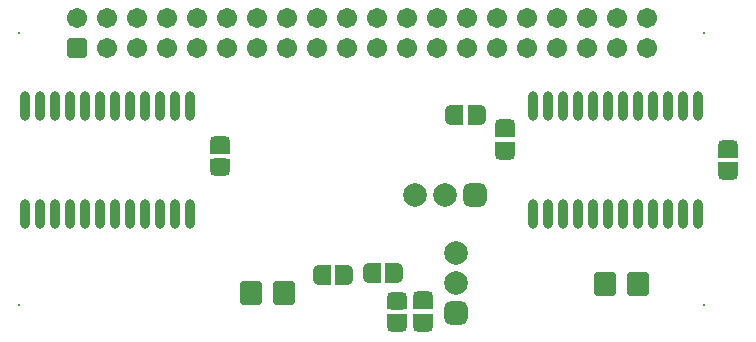
<source format=gbs>
%FSLAX44Y44*%
%MOMM*%
G71*
G01*
G75*
G04 Layer_Color=16711935*
G04:AMPARAMS|DCode=10|XSize=1.5mm|YSize=1.3mm|CornerRadius=0.325mm|HoleSize=0mm|Usage=FLASHONLY|Rotation=180.000|XOffset=0mm|YOffset=0mm|HoleType=Round|Shape=RoundedRectangle|*
%AMROUNDEDRECTD10*
21,1,1.5000,0.6500,0,0,180.0*
21,1,0.8500,1.3000,0,0,180.0*
1,1,0.6500,-0.4250,0.3250*
1,1,0.6500,0.4250,0.3250*
1,1,0.6500,0.4250,-0.3250*
1,1,0.6500,-0.4250,-0.3250*
%
%ADD10ROUNDEDRECTD10*%
G04:AMPARAMS|DCode=11|XSize=1.5mm|YSize=1.3mm|CornerRadius=0.325mm|HoleSize=0mm|Usage=FLASHONLY|Rotation=90.000|XOffset=0mm|YOffset=0mm|HoleType=Round|Shape=RoundedRectangle|*
%AMROUNDEDRECTD11*
21,1,1.5000,0.6500,0,0,90.0*
21,1,0.8500,1.3000,0,0,90.0*
1,1,0.6500,0.3250,0.4250*
1,1,0.6500,0.3250,-0.4250*
1,1,0.6500,-0.3250,-0.4250*
1,1,0.6500,-0.3250,0.4250*
%
%ADD11ROUNDEDRECTD11*%
%ADD12O,0.6000X2.2000*%
%ADD13O,0.4500X2.1000*%
G04:AMPARAMS|DCode=14|XSize=1.8mm|YSize=1.65mm|CornerRadius=0.1238mm|HoleSize=0mm|Usage=FLASHONLY|Rotation=90.000|XOffset=0mm|YOffset=0mm|HoleType=Round|Shape=RoundedRectangle|*
%AMROUNDEDRECTD14*
21,1,1.8000,1.4025,0,0,90.0*
21,1,1.5525,1.6500,0,0,90.0*
1,1,0.2475,0.7013,0.7763*
1,1,0.2475,0.7013,-0.7763*
1,1,0.2475,-0.7013,-0.7763*
1,1,0.2475,-0.7013,0.7763*
%
%ADD14ROUNDEDRECTD14*%
G04:AMPARAMS|DCode=15|XSize=1.8mm|YSize=1.65mm|CornerRadius=0.1238mm|HoleSize=0mm|Usage=FLASHONLY|Rotation=180.000|XOffset=0mm|YOffset=0mm|HoleType=Round|Shape=RoundedRectangle|*
%AMROUNDEDRECTD15*
21,1,1.8000,1.4025,0,0,180.0*
21,1,1.5525,1.6500,0,0,180.0*
1,1,0.2475,-0.7763,0.7013*
1,1,0.2475,0.7763,0.7013*
1,1,0.2475,0.7763,-0.7013*
1,1,0.2475,-0.7763,-0.7013*
%
%ADD15ROUNDEDRECTD15*%
%ADD16R,2.4000X1.0000*%
%ADD17R,2.4000X3.3000*%
G04:AMPARAMS|DCode=18|XSize=0.6706mm|YSize=1.0668mm|CornerRadius=0.0838mm|HoleSize=0mm|Usage=FLASHONLY|Rotation=90.000|XOffset=0mm|YOffset=0mm|HoleType=Round|Shape=RoundedRectangle|*
%AMROUNDEDRECTD18*
21,1,0.6706,0.8992,0,0,90.0*
21,1,0.5029,1.0668,0,0,90.0*
1,1,0.1676,0.4496,0.2515*
1,1,0.1676,0.4496,-0.2515*
1,1,0.1676,-0.4496,-0.2515*
1,1,0.1676,-0.4496,0.2515*
%
%ADD18ROUNDEDRECTD18*%
%ADD19C,0.3000*%
%ADD20C,0.4000*%
%ADD21C,0.2000*%
%ADD22R,1.5000X0.6500*%
%ADD23R,0.6500X1.5000*%
%ADD24R,1.2500X1.7500*%
G04:AMPARAMS|DCode=25|XSize=1.8mm|YSize=1.8mm|CornerRadius=0.45mm|HoleSize=0mm|Usage=FLASHONLY|Rotation=180.000|XOffset=0mm|YOffset=0mm|HoleType=Round|Shape=RoundedRectangle|*
%AMROUNDEDRECTD25*
21,1,1.8000,0.9000,0,0,180.0*
21,1,0.9000,1.8000,0,0,180.0*
1,1,0.9000,-0.4500,0.4500*
1,1,0.9000,0.4500,0.4500*
1,1,0.9000,0.4500,-0.4500*
1,1,0.9000,-0.4500,-0.4500*
%
%ADD25ROUNDEDRECTD25*%
%ADD26C,1.8000*%
G04:AMPARAMS|DCode=27|XSize=1.8mm|YSize=1.8mm|CornerRadius=0.45mm|HoleSize=0mm|Usage=FLASHONLY|Rotation=90.000|XOffset=0mm|YOffset=0mm|HoleType=Round|Shape=RoundedRectangle|*
%AMROUNDEDRECTD27*
21,1,1.8000,0.9000,0,0,90.0*
21,1,0.9000,1.8000,0,0,90.0*
1,1,0.9000,0.4500,0.4500*
1,1,0.9000,0.4500,-0.4500*
1,1,0.9000,-0.4500,-0.4500*
1,1,0.9000,-0.4500,0.4500*
%
%ADD27ROUNDEDRECTD27*%
%ADD28C,1.5000*%
G04:AMPARAMS|DCode=29|XSize=1.5mm|YSize=1.5mm|CornerRadius=0.225mm|HoleSize=0mm|Usage=FLASHONLY|Rotation=0.000|XOffset=0mm|YOffset=0mm|HoleType=Round|Shape=RoundedRectangle|*
%AMROUNDEDRECTD29*
21,1,1.5000,1.0500,0,0,0.0*
21,1,1.0500,1.5000,0,0,0.0*
1,1,0.4500,0.5250,-0.5250*
1,1,0.4500,-0.5250,-0.5250*
1,1,0.4500,-0.5250,0.5250*
1,1,0.4500,0.5250,0.5250*
%
%ADD29ROUNDEDRECTD29*%
%ADD30C,0.6500*%
%ADD31C,0.7200*%
%ADD32O,0.6000X2.3000*%
%ADD33C,0.5000*%
%ADD34C,0.1800*%
G04:AMPARAMS|DCode=35|XSize=1.7032mm|YSize=1.5032mm|CornerRadius=0.4266mm|HoleSize=0mm|Usage=FLASHONLY|Rotation=180.000|XOffset=0mm|YOffset=0mm|HoleType=Round|Shape=RoundedRectangle|*
%AMROUNDEDRECTD35*
21,1,1.7032,0.6500,0,0,180.0*
21,1,0.8500,1.5032,0,0,180.0*
1,1,0.8532,-0.4250,0.3250*
1,1,0.8532,0.4250,0.3250*
1,1,0.8532,0.4250,-0.3250*
1,1,0.8532,-0.4250,-0.3250*
%
%ADD35ROUNDEDRECTD35*%
G04:AMPARAMS|DCode=36|XSize=1.7032mm|YSize=1.5032mm|CornerRadius=0.4266mm|HoleSize=0mm|Usage=FLASHONLY|Rotation=90.000|XOffset=0mm|YOffset=0mm|HoleType=Round|Shape=RoundedRectangle|*
%AMROUNDEDRECTD36*
21,1,1.7032,0.6500,0,0,90.0*
21,1,0.8500,1.5032,0,0,90.0*
1,1,0.8532,0.3250,0.4250*
1,1,0.8532,0.3250,-0.4250*
1,1,0.8532,-0.3250,-0.4250*
1,1,0.8532,-0.3250,0.4250*
%
%ADD36ROUNDEDRECTD36*%
%ADD37O,0.8032X2.4032*%
%ADD38O,0.6532X2.3032*%
G04:AMPARAMS|DCode=39|XSize=2.0032mm|YSize=1.8532mm|CornerRadius=0.2253mm|HoleSize=0mm|Usage=FLASHONLY|Rotation=90.000|XOffset=0mm|YOffset=0mm|HoleType=Round|Shape=RoundedRectangle|*
%AMROUNDEDRECTD39*
21,1,2.0032,1.4025,0,0,90.0*
21,1,1.5525,1.8532,0,0,90.0*
1,1,0.4507,0.7013,0.7763*
1,1,0.4507,0.7013,-0.7763*
1,1,0.4507,-0.7013,-0.7763*
1,1,0.4507,-0.7013,0.7763*
%
%ADD39ROUNDEDRECTD39*%
G04:AMPARAMS|DCode=40|XSize=2.0032mm|YSize=1.8532mm|CornerRadius=0.2253mm|HoleSize=0mm|Usage=FLASHONLY|Rotation=180.000|XOffset=0mm|YOffset=0mm|HoleType=Round|Shape=RoundedRectangle|*
%AMROUNDEDRECTD40*
21,1,2.0032,1.4025,0,0,180.0*
21,1,1.5525,1.8532,0,0,180.0*
1,1,0.4507,-0.7763,0.7013*
1,1,0.4507,0.7763,0.7013*
1,1,0.4507,0.7763,-0.7013*
1,1,0.4507,-0.7763,-0.7013*
%
%ADD40ROUNDEDRECTD40*%
%ADD41R,2.6032X1.2032*%
%ADD42R,2.6032X3.5032*%
G04:AMPARAMS|DCode=43|XSize=0.8738mm|YSize=1.27mm|CornerRadius=0.1854mm|HoleSize=0mm|Usage=FLASHONLY|Rotation=90.000|XOffset=0mm|YOffset=0mm|HoleType=Round|Shape=RoundedRectangle|*
%AMROUNDEDRECTD43*
21,1,0.8738,0.8992,0,0,90.0*
21,1,0.5029,1.2700,0,0,90.0*
1,1,0.3708,0.4496,0.2515*
1,1,0.3708,0.4496,-0.2515*
1,1,0.3708,-0.4496,-0.2515*
1,1,0.3708,-0.4496,0.2515*
%
%ADD43ROUNDEDRECTD43*%
%ADD44R,1.7032X0.8532*%
%ADD45R,0.8532X1.7032*%
%ADD46R,1.4532X1.9532*%
G04:AMPARAMS|DCode=47|XSize=2.0032mm|YSize=2.0032mm|CornerRadius=0.5516mm|HoleSize=0mm|Usage=FLASHONLY|Rotation=180.000|XOffset=0mm|YOffset=0mm|HoleType=Round|Shape=RoundedRectangle|*
%AMROUNDEDRECTD47*
21,1,2.0032,0.9000,0,0,180.0*
21,1,0.9000,2.0032,0,0,180.0*
1,1,1.1032,-0.4500,0.4500*
1,1,1.1032,0.4500,0.4500*
1,1,1.1032,0.4500,-0.4500*
1,1,1.1032,-0.4500,-0.4500*
%
%ADD47ROUNDEDRECTD47*%
%ADD48C,2.0032*%
G04:AMPARAMS|DCode=49|XSize=2.0032mm|YSize=2.0032mm|CornerRadius=0.5516mm|HoleSize=0mm|Usage=FLASHONLY|Rotation=90.000|XOffset=0mm|YOffset=0mm|HoleType=Round|Shape=RoundedRectangle|*
%AMROUNDEDRECTD49*
21,1,2.0032,0.9000,0,0,90.0*
21,1,0.9000,2.0032,0,0,90.0*
1,1,1.1032,0.4500,0.4500*
1,1,1.1032,0.4500,-0.4500*
1,1,1.1032,-0.4500,-0.4500*
1,1,1.1032,-0.4500,0.4500*
%
%ADD49ROUNDEDRECTD49*%
%ADD50C,1.7032*%
G04:AMPARAMS|DCode=51|XSize=1.7032mm|YSize=1.7032mm|CornerRadius=0.3266mm|HoleSize=0mm|Usage=FLASHONLY|Rotation=0.000|XOffset=0mm|YOffset=0mm|HoleType=Round|Shape=RoundedRectangle|*
%AMROUNDEDRECTD51*
21,1,1.7032,1.0500,0,0,0.0*
21,1,1.0500,1.7032,0,0,0.0*
1,1,0.6532,0.5250,-0.5250*
1,1,0.6532,-0.5250,-0.5250*
1,1,0.6532,-0.5250,0.5250*
1,1,0.6532,0.5250,0.5250*
%
%ADD51ROUNDEDRECTD51*%
%ADD52C,0.2032*%
%ADD53O,0.8032X2.5032*%
D35*
X1376750Y719750D02*
D03*
Y738750D02*
D03*
X1355250Y719500D02*
D03*
Y738500D02*
D03*
X1204750Y851250D02*
D03*
Y870250D02*
D03*
X1635000Y848000D02*
D03*
Y867000D02*
D03*
X1446000Y865500D02*
D03*
Y884500D02*
D03*
D36*
X1310250Y760500D02*
D03*
X1291250D02*
D03*
X1333500Y762000D02*
D03*
X1352500D02*
D03*
X1422250Y895500D02*
D03*
X1403250D02*
D03*
D39*
X1531000Y752500D02*
D03*
X1559000D02*
D03*
X1231500Y745250D02*
D03*
X1259500D02*
D03*
D44*
X1376750Y723000D02*
D03*
Y735500D02*
D03*
X1355250Y722750D02*
D03*
Y735250D02*
D03*
X1204750Y854500D02*
D03*
Y867000D02*
D03*
X1635000Y851250D02*
D03*
Y863750D02*
D03*
X1446000Y868750D02*
D03*
Y881250D02*
D03*
D45*
X1307000Y760500D02*
D03*
X1294500D02*
D03*
X1336750Y762000D02*
D03*
X1349250D02*
D03*
X1419000Y895500D02*
D03*
X1406500D02*
D03*
D47*
X1420900Y827750D02*
D03*
D48*
X1395500D02*
D03*
X1370100D02*
D03*
X1404500Y779150D02*
D03*
Y753750D02*
D03*
D49*
Y728350D02*
D03*
D50*
X1413900Y977700D02*
D03*
X1439300D02*
D03*
X1464700D02*
D03*
X1490100D02*
D03*
X1566300D02*
D03*
X1540900D02*
D03*
X1515500D02*
D03*
Y952300D02*
D03*
X1540900D02*
D03*
X1566300D02*
D03*
X1490100D02*
D03*
X1464700D02*
D03*
X1439300D02*
D03*
X1413900D02*
D03*
X1210700D02*
D03*
X1109100D02*
D03*
X1236100D02*
D03*
X1134500D02*
D03*
X1261500D02*
D03*
X1159900D02*
D03*
X1286900D02*
D03*
X1185300D02*
D03*
X1312300D02*
D03*
X1388500D02*
D03*
X1363100D02*
D03*
X1337700D02*
D03*
Y977700D02*
D03*
X1363100D02*
D03*
X1388500D02*
D03*
X1312300D02*
D03*
X1185300D02*
D03*
X1286900D02*
D03*
X1159900D02*
D03*
X1261500D02*
D03*
X1134500D02*
D03*
X1236100D02*
D03*
X1109100D02*
D03*
X1210700D02*
D03*
X1083700D02*
D03*
D51*
Y952300D02*
D03*
D52*
X1615000Y965000D02*
D03*
Y735000D02*
D03*
X1035000D02*
D03*
Y965000D02*
D03*
D53*
X1040150Y903000D02*
D03*
X1052850D02*
D03*
X1065550D02*
D03*
X1078250D02*
D03*
X1090950D02*
D03*
X1103650D02*
D03*
X1116350D02*
D03*
X1129050D02*
D03*
X1141750D02*
D03*
X1154450D02*
D03*
X1167150D02*
D03*
X1179850D02*
D03*
X1040150Y812000D02*
D03*
X1052850D02*
D03*
X1065550D02*
D03*
X1078250D02*
D03*
X1090950D02*
D03*
X1103650D02*
D03*
X1116350D02*
D03*
X1129050D02*
D03*
X1141750D02*
D03*
X1154450D02*
D03*
X1167150D02*
D03*
X1179850D02*
D03*
X1470150Y903000D02*
D03*
X1482850D02*
D03*
X1495550D02*
D03*
X1508250D02*
D03*
X1520950D02*
D03*
X1533650D02*
D03*
X1546350D02*
D03*
X1559050D02*
D03*
X1571750D02*
D03*
X1584450D02*
D03*
X1597150D02*
D03*
X1609850D02*
D03*
X1470150Y812000D02*
D03*
X1482850D02*
D03*
X1495550D02*
D03*
X1508250D02*
D03*
X1520950D02*
D03*
X1533650D02*
D03*
X1546350D02*
D03*
X1559050D02*
D03*
X1571750D02*
D03*
X1584450D02*
D03*
X1597150D02*
D03*
X1609850D02*
D03*
M02*

</source>
